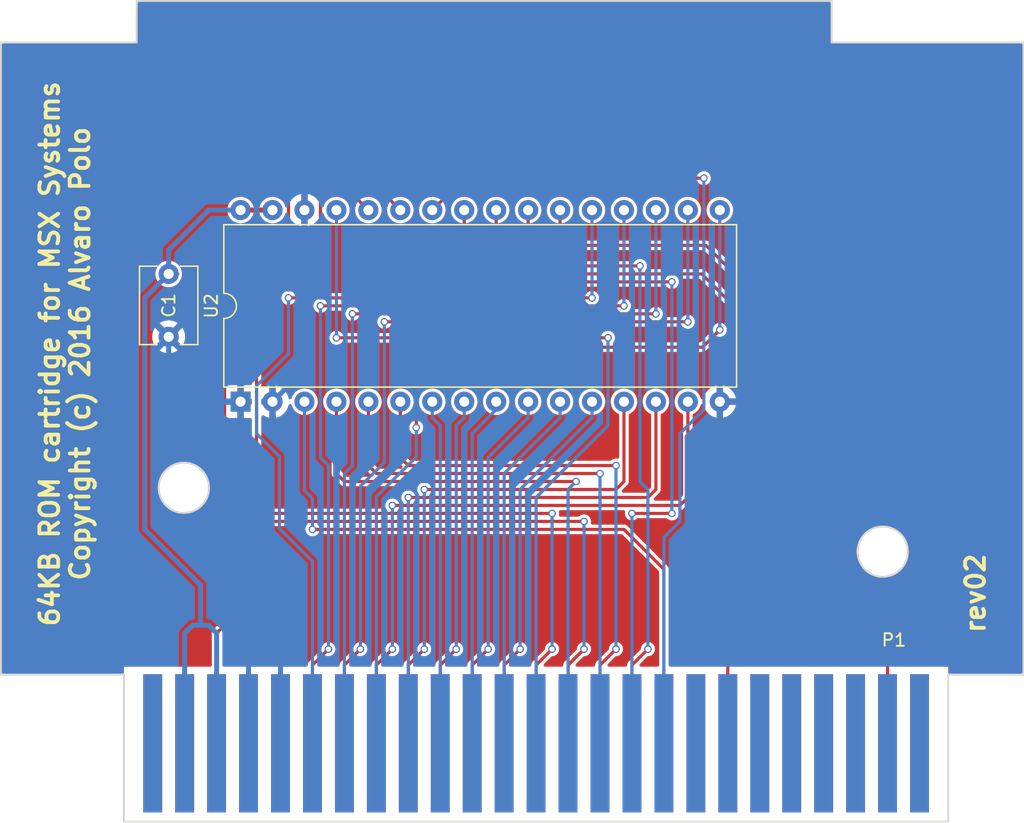
<source format=kicad_pcb>
(kicad_pcb (version 20240108) (generator "pcbnew") (generator_version "8.0")
  (layers (0 "F.Cu" mixed) (31 "B.Cu" mixed) (34 "B.Paste" user) (35 "F.Paste" user) (36 "B.SilkS" user "B.Silkscreen") (37 "F.SilkS" user "F.Silkscreen") (38 "B.Mask" user) (39 "F.Mask" user) (44 "Edge.Cuts" user))
  (net 0 "")
  (net 1 "VCC")
  (net 2 "GND")
  (net 3 "/A9")
  (net 4 "/A11")
  (net 5 "/A7")
  (net 6 "/A12")
  (net 7 "/A14")
  (net 8 "/A1")
  (net 9 "/A3")
  (net 10 "/A5")
  (net 11 "/D1")
  (net 12 "/D3")
  (net 13 "/D5")
  (net 14 "/D7")
  (net 15 "Net-(P1-Pad44)")
  (net 16 "/D6")
  (net 17 "/D4")
  (net 18 "/D2")
  (net 19 "/D0")
  (net 20 "/A4")
  (net 21 "/A2")
  (net 22 "/A0")
  (net 23 "/A13")
  (net 24 "/A8")
  (net 25 "/A6")
  (net 26 "/A10")
  (net 27 "/A15")
  (net 28 "~{RD}")
  (net 29 "~{SLTSL}")
  (footprint "Package_DIP:DIP-32_W15.24mm" (layer "F.Cu") (at 130.81 127.635 90)
    (property "Reference" "U2" (at 7.62 -2.33 90) (layer "F.SilkS"))
    (property "Value" "SST39SF010")
    (fp_line (start 14.08 -1.33) (end 8.62 -1.33) (stroke (width 0.12)) (layer "F.SilkS"))
    (fp_line (start 6.62 -1.33) (end 1.16 -1.33) (stroke (width 0.12)) (layer "F.SilkS"))
    (fp_line (start 1.16 -1.33) (end 1.16 39.43) (stroke (width 0.12)) (layer "F.SilkS"))
    (fp_line (start 14.08 39.43) (end 14.08 -1.33) (stroke (width 0.12)) (layer "F.SilkS"))
    (fp_line (start 1.16 39.43) (end 14.08 39.43) (stroke (width 0.12)) (layer "F.SilkS"))
    (fp_arc (start 8.62 -1.33) (mid 7.62 -0.33) (end 6.62 -1.33) (stroke (width 0.12)) (layer "F.SilkS"))
    (pad "1" thru_hole rect (at 0 0 90) (size 1.6 1.6) (drill 0.8) (layers "*.Cu" "*.Mask") (net 2 "GND"))
    (pad "2" thru_hole oval (at 0 2.54 90) (size 1.6 1.6) (drill 0.8) (layers "*.Cu" "*.Mask") (net 2 "GND"))
    (pad "3" thru_hole oval (at 0 5.08 90) (size 1.6 1.6) (drill 0.8) (layers "*.Cu" "*.Mask") (net 27 "/A15"))
    (pad "4" thru_hole oval (at 0 7.62 90) (size 1.6 1.6) (drill 0.8) (layers "*.Cu" "*.Mask") (net 6 "/A12"))
    (pad "5" thru_hole oval (at 0 10.16 90) (size 1.6 1.6) (drill 0.8) (layers "*.Cu" "*.Mask") (net 5 "/A7"))
    (pad "6" thru_hole oval (at 0 12.7 90) (size 1.6 1.6) (drill 0.8) (layers "*.Cu" "*.Mask") (net 25 "/A6"))
    (pad "7" thru_hole oval (at 0 15.24 90) (size 1.6 1.6) (drill 0.8) (layers "*.Cu" "*.Mask") (net 10 "/A5"))
    (pad "8" thru_hole oval (at 0 17.78 90) (size 1.6 1.6) (drill 0.8) (layers "*.Cu" "*.Mask") (net 20 "/A4"))
    (pad "9" thru_hole oval (at 0 20.32 90) (size 1.6 1.6) (drill 0.8) (layers "*.Cu" "*.Mask") (net 9 "/A3"))
    (pad "10" thru_hole oval (at 0 22.86 90) (size 1.6 1.6) (drill 0.8) (layers "*.Cu" "*.Mask") (net 21 "/A2"))
    (pad "11" thru_hole oval (at 0 25.4 90) (size 1.6 1.6) (drill 0.8) (layers "*.Cu" "*.Mask") (net 8 "/A1"))
    (pad "12" thru_hole oval (at 0 27.94 90) (size 1.6 1.6) (drill 0.8) (layers "*.Cu" "*.Mask") (net 22 "/A0"))
    (pad "13" thru_hole oval (at 0 30.48 90) (size 1.6 1.6) (drill 0.8) (layers "*.Cu" "*.Mask") (net 19 "/D0"))
    (pad "14" thru_hole oval (at 0 33.02 90) (size 1.6 1.6) (drill 0.8) (layers "*.Cu" "*.Mask") (net 11 "/D1"))
    (pad "15" thru_hole oval (at 0 35.56 90) (size 1.6 1.6) (drill 0.8) (layers "*.Cu" "*.Mask") (net 18 "/D2"))
    (pad "16" thru_hole oval (at 0 38.1 90) (size 1.6 1.6) (drill 0.8) (layers "*.Cu" "*.Mask") (net 2 "GND"))
    (pad "17" thru_hole oval (at 15.24 38.1 90) (size 1.6 1.6) (drill 0.8) (layers "*.Cu" "*.Mask") (net 12 "/D3"))
    (pad "18" thru_hole oval (at 15.24 35.56 90) (size 1.6 1.6) (drill 0.8) (layers "*.Cu" "*.Mask") (net 17 "/D4"))
    (pad "19" thru_hole oval (at 15.24 33.02 90) (size 1.6 1.6) (drill 0.8) (layers "*.Cu" "*.Mask") (net 13 "/D5"))
    (pad "20" thru_hole oval (at 15.24 30.48 90) (size 1.6 1.6) (drill 0.8) (layers "*.Cu" "*.Mask") (net 16 "/D6"))
    (pad "21" thru_hole oval (at 15.24 27.94 90) (size 1.6 1.6) (drill 0.8) (layers "*.Cu" "*.Mask") (net 14 "/D7"))
    (pad "22" thru_hole oval (at 15.24 25.4 90) (size 1.6 1.6) (drill 0.8) (layers "*.Cu" "*.Mask") (net 29 "~{SLTSL}"))
    (pad "23" thru_hole oval (at 15.24 22.86 90) (size 1.6 1.6) (drill 0.8) (layers "*.Cu" "*.Mask") (net 26 "/A10"))
    (pad "24" thru_hole oval (at 15.24 20.32 90) (size 1.6 1.6) (drill 0.8) (layers "*.Cu" "*.Mask") (net 28 "~{RD}"))
    (pad "25" thru_hole oval (at 15.24 17.78 90) (size 1.6 1.6) (drill 0.8) (layers "*.Cu" "*.Mask") (net 4 "/A11"))
    (pad "26" thru_hole oval (at 15.24 15.24 90) (size 1.6 1.6) (drill 0.8) (layers "*.Cu" "*.Mask") (net 3 "/A9"))
    (pad "27" thru_hole oval (at 15.24 12.7 90) (size 1.6 1.6) (drill 0.8) (layers "*.Cu" "*.Mask") (net 24 "/A8"))
    (pad "28" thru_hole oval (at 15.24 10.16 90) (size 1.6 1.6) (drill 0.8) (layers "*.Cu" "*.Mask") (net 23 "/A13"))
    (pad "29" thru_hole oval (at 15.24 7.62 90) (size 1.6 1.6) (drill 0.8) (layers "*.Cu" "*.Mask") (net 7 "/A14"))
    (pad "30" thru_hole oval (at 15.24 5.08 90) (size 1.6 1.6) (drill 0.8) (layers "*.Cu" "*.Mask") (net 2 "GND"))
    (pad "31" thru_hole oval (at 15.24 2.54 90) (size 1.6 1.6) (drill 0.8) (layers "*.Cu" "*.Mask") (net 1 "VCC"))
    (pad "32" thru_hole oval (at 15.24 0 90) (size 1.6 1.6) (drill 0.8) (layers "*.Cu" "*.Mask") (net 1 "VCC"))
  )
  (footprint "msx:msx_cartridge" (layer "F.Cu") (at 154.305 154.94)
    (property "Reference" "P1" (at 28.448 -8.34 0) (layer "F.SilkS"))
    (property "Value" "CONN_02X25")
    (pad "1" connect rect (at 30.48 -0.127) (size 1.5 11) (layers "B.Cu" "B.Mask"))
    (pad "2" connect rect (at 30.48 -0.127) (size 1.5 11) (layers "F.Cu" "F.Mask"))
    (pad "3" connect rect (at 27.94 -0.127) (size 1.5 11) (layers "B.Cu" "B.Mask"))
    (pad "4" connect rect (at 27.94 -0.127) (size 1.5 11) (layers "F.Cu" "F.Mask") (net 29 "~{SLTSL}"))
    (pad "5" connect rect (at 25.4 -0.127) (size 1.5 11) (layers "B.Cu" "B.Mask"))
    (pad "6" connect rect (at 25.4 -0.127) (size 1.5 11) (layers "F.Cu" "F.Mask"))
    (pad "7" connect rect (at 22.86 -0.127) (size 1.5 11) (layers "B.Cu" "B.Mask"))
    (pad "8" connect rect (at 22.86 -0.127) (size 1.5 11) (layers "F.Cu" "F.Mask"))
    (pad "9" connect rect (at 20.32 -0.127) (size 1.5 11) (layers "B.Cu" "B.Mask"))
    (pad "10" connect rect (at 20.32 -0.127) (size 1.5 11) (layers "F.Cu" "F.Mask"))
    (pad "11" connect rect (at 17.78 -0.127) (size 1.5 11) (layers "B.Cu" "B.Mask"))
    (pad "12" connect rect (at 17.78 -0.127) (size 1.5 11) (layers "F.Cu" "F.Mask"))
    (pad "13" connect rect (at 15.24 -0.127) (size 1.5 11) (layers "B.Cu" "B.Mask"))
    (pad "14" connect rect (at 15.24 -0.127) (size 1.5 11) (layers "F.Cu" "F.Mask") (net 28 "~{RD}"))
    (pad "15" connect rect (at 12.7 -0.127) (size 1.5 11) (layers "B.Cu" "B.Mask"))
    (pad "16" connect rect (at 12.7 -0.127) (size 1.5 11) (layers "F.Cu" "F.Mask"))
    (pad "17" connect rect (at 10.16 -0.127) (size 1.5 11) (layers "B.Cu" "B.Mask") (net 3 "/A9"))
    (pad "18" connect rect (at 10.16 -0.127) (size 1.5 11) (layers "F.Cu" "F.Mask") (net 27 "/A15"))
    (pad "19" connect rect (at 7.62 -0.127) (size 1.5 11) (layers "B.Cu" "B.Mask") (net 4 "/A11"))
    (pad "20" connect rect (at 7.62 -0.127) (size 1.5 11) (layers "F.Cu" "F.Mask") (net 26 "/A10"))
    (pad "21" connect rect (at 5.08 -0.127) (size 1.5 11) (layers "B.Cu" "B.Mask") (net 5 "/A7"))
    (pad "22" connect rect (at 5.08 -0.127) (size 1.5 11) (layers "F.Cu" "F.Mask") (net 25 "/A6"))
    (pad "23" connect rect (at 2.54 -0.127) (size 1.5 11) (layers "B.Cu" "B.Mask") (net 6 "/A12"))
    (pad "24" connect rect (at 2.54 -0.127) (size 1.5 11) (layers "F.Cu" "F.Mask") (net 24 "/A8"))
    (pad "25" connect rect (at 0 -0.127) (size 1.5 11) (layers "B.Cu" "B.Mask") (net 7 "/A14"))
    (pad "26" connect rect (at 0 -0.127) (size 1.5 11) (layers "F.Cu" "F.Mask") (net 23 "/A13"))
    (pad "27" connect rect (at -2.54 -0.127) (size 1.5 11) (layers "B.Cu" "B.Mask") (net 8 "/A1"))
    (pad "28" connect rect (at -2.54 -0.127) (size 1.5 11) (layers "F.Cu" "F.Mask") (net 22 "/A0"))
    (pad "29" connect rect (at -5.08 -0.127) (size 1.5 11) (layers "B.Cu" "B.Mask") (net 9 "/A3"))
    (pad "30" connect rect (at -5.08 -0.127) (size 1.5 11) (layers "F.Cu" "F.Mask") (net 21 "/A2"))
    (pad "31" connect rect (at -7.62 -0.127) (size 1.5 11) (layers "B.Cu" "B.Mask") (net 10 "/A5"))
    (pad "32" connect rect (at -7.62 -0.127) (size 1.5 11) (layers "F.Cu" "F.Mask") (net 20 "/A4"))
    (pad "33" connect rect (at -10.16 -0.127) (size 1.5 11) (layers "B.Cu" "B.Mask") (net 11 "/D1"))
    (pad "34" connect rect (at -10.16 -0.127) (size 1.5 11) (layers "F.Cu" "F.Mask") (net 19 "/D0"))
    (pad "35" connect rect (at -12.7 -0.127) (size 1.5 11) (layers "B.Cu" "B.Mask") (net 12 "/D3"))
    (pad "36" connect rect (at -12.7 -0.127) (size 1.5 11) (layers "F.Cu" "F.Mask") (net 18 "/D2"))
    (pad "37" connect rect (at -15.24 -0.127) (size 1.5 11) (layers "B.Cu" "B.Mask") (net 13 "/D5"))
    (pad "38" connect rect (at -15.24 -0.127) (size 1.5 11) (layers "F.Cu" "F.Mask") (net 17 "/D4"))
    (pad "39" connect rect (at -17.78 -0.127) (size 1.5 11) (layers "B.Cu" "B.Mask") (net 14 "/D7"))
    (pad "40" connect rect (at -17.78 -0.127) (size 1.5 11) (layers "F.Cu" "F.Mask") (net 16 "/D6"))
    (pad "41" connect rect (at -20.32 -0.127) (size 1.5 11) (layers "B.Cu" "B.Mask") (net 2 "GND"))
    (pad "42" connect rect (at -20.32 -0.127) (size 1.5 11) (layers "F.Cu" "F.Mask"))
    (pad "43" connect rect (at -22.86 -0.127) (size 1.5 11) (layers "B.Cu" "B.Mask") (net 2 "GND"))
    (pad "44" connect rect (at -22.86 -0.127) (size 1.5 11) (layers "F.Cu" "F.Mask") (net 15 "Net-(P1-Pad44)"))
    (pad "45" connect rect (at -25.4 -0.127) (size 1.5 11) (layers "B.Cu" "B.Mask") (net 1 "VCC"))
    (pad "46" connect rect (at -25.4 -0.127) (size 1.5 11) (layers "F.Cu" "F.Mask") (net 15 "Net-(P1-Pad44)"))
    (pad "47" connect rect (at -27.94 -0.127) (size 1.5 11) (layers "B.Cu" "B.Mask") (net 1 "VCC"))
    (pad "48" connect rect (at -27.94 -0.127) (size 1.5 11) (layers "F.Cu" "F.Mask"))
    (pad "49" connect rect (at -30.48 -0.127) (size 1.5 11) (layers "B.Cu" "B.Mask"))
    (pad "50" connect rect (at -30.48 -0.127) (size 1.5 11) (layers "F.Cu" "F.Mask"))
  )
  (footprint "Capacitor_THT:C_Disc_D6.0mm_W4.4mm_P5.00mm" (layer "F.Cu") (at 125.095 117.475 -90)
    (property "Reference" "C1" (at 2.5 -0.005 90) (layer "F.SilkS"))
    (property "Value" "100nF")
    (fp_line (start -0.62 2.321) (end 5.62 2.321) (stroke (width 0.12)) (layer "F.SilkS"))
    (fp_line (start -0.62 0.925) (end -0.62 2.321) (stroke (width 0.12)) (layer "F.SilkS"))
    (fp_line (start 5.62 0.925) (end 5.62 2.321) (stroke (width 0.12)) (layer "F.SilkS"))
    (fp_line (start -0.62 -2.321) (end -0.62 -0.925) (stroke (width 0.12)) (layer "F.SilkS"))
    (fp_line (start -0.62 -2.321) (end 5.62 -2.321) (stroke (width 0.12)) (layer "F.SilkS"))
    (fp_line (start 5.62 -2.321) (end 5.62 -0.925) (stroke (width 0.12)) (layer "F.SilkS"))
    (pad "1" thru_hole circle (at 0 0 270) (size 1.6 1.6) (drill 0.8) (layers "*.Cu" "*.Mask") (net 1 "VCC"))
    (pad "2" thru_hole circle (at 5 0 270) (size 1.6 1.6) (drill 0.8) (layers "*.Cu" "*.Mask") (net 2 "GND"))
  )
  (gr_line (start 187.071 161.036) (end 186.817 161.036) (stroke (width 0.15)) (layer "Edge.Cuts"))
  (gr_line (start 121.539 161.036) (end 121.539 149.352) (stroke (width 0.15)) (layer "Edge.Cuts"))
  (gr_line (start 177.8 95.758) (end 177.8 99.06) (stroke (width 0.15)) (layer "Edge.Cuts"))
  (gr_line (start 111.76 149.352) (end 111.76 99.06) (stroke (width 0.15)) (layer "Edge.Cuts"))
  (gr_line (start 177.8 99.06) (end 193.04 99.06) (stroke (width 0.15)) (layer "Edge.Cuts"))
  (gr_line (start 121.539 149.352) (end 111.76 149.352) (stroke (width 0.15)) (layer "Edge.Cuts"))
  (gr_line (start 121.539 161.036) (end 121.793 161.036) (stroke (width 0.15)) (layer "Edge.Cuts"))
  (gr_line (start 187.071 149.352) (end 193.04 149.352) (stroke (width 0.15)) (layer "Edge.Cuts"))
  (gr_circle (center 126.3 134.485) (end 124.3 134.485) (stroke (width 0.15)) (fill none) (layer "Edge.Cuts"))
  (gr_line (start 122.555 95.758) (end 122.555 99.06) (stroke (width 0.15)) (layer "Edge.Cuts"))
  (gr_line (start 111.76 99.06) (end 122.555 99.06) (stroke (width 0.15)) (layer "Edge.Cuts"))
  (gr_line (start 186.817 161.036) (end 121.793 161.036) (stroke (width 0.15)) (layer "Edge.Cuts"))
  (gr_circle (center 181.86 139.565) (end 183.86 139.565) (stroke (width 0.15)) (fill none) (layer "Edge.Cuts"))
  (gr_line (start 122.555 95.758) (end 177.8 95.758) (stroke (width 0.15)) (layer "Edge.Cuts"))
  (gr_line (start 193.04 99.06) (end 193.04 149.352) (stroke (width 0.15)) (layer "Edge.Cuts"))
  (gr_line (start 187.071 149.352) (end 187.071 161.036) (stroke (width 0.15)) (layer "Edge.Cuts"))
  (gr_text "rev02" (at 189.23 142.875 90) (layer "F.SilkS") (effects (font (size 1.5 1.5) (thickness 0.3))))
  (gr_text "64KB ROM cartridge for MSX Systems\nCopyright (c) 2016 Alvaro Polo\n" (at 116.84 123.825 90) (layer "F.SilkS") (effects (font (size 1.5 1.5) (thickness 0.3))))
  (segment (start 130.81 112.395) (end 133.35 112.395) (width 0.4) (layer "F.Cu") (net 1))
  (segment (start 127 145.415) (end 127.635 145.415) (width 0.4) (layer "B.Cu") (net 1))
  (segment (start 128.27 145.415) (end 128.905 146.05) (width 0.4) (layer "B.Cu") (net 1))
  (segment (start 127.635 145.415) (end 128.27 145.415) (width 0.4) (layer "B.Cu") (net 1))
  (segment (start 128.27 112.395) (end 125.095 115.57) (width 0.4) (layer "B.Cu") (net 1))
  (segment (start 125.095 115.57) (end 125.095 117.475) (width 0.4) (layer "B.Cu") (net 1))
  (segment (start 123.19 137.795) (end 127.635 142.24) (width 0.4) (layer "B.Cu") (net 1))
  (segment (start 126.365 154.813) (end 126.365 146.05) (width 0.4) (layer "B.Cu") (net 1))
  (segment (start 125.095 117.475) (end 125.73 117.475) (width 0.4) (layer "B.Cu") (net 1))
  (segment (start 123.19 137.795) (end 123.19 119.38) (width 0.4) (layer "B.Cu") (net 1))
  (segment (start 128.905 154.813) (end 128.905 146.05) (width 0.4) (layer "B.Cu") (net 1))
  (segment (start 127.635 145.415) (end 127.635 142.24) (width 0.4) (layer "B.Cu") (net 1))
  (segment (start 126.365 146.05) (end 127 145.415) (width 0.4) (layer "B.Cu") (net 1))
  (segment (start 130.81 112.395) (end 128.27 112.395) (width 0.4) (layer "B.Cu") (net 1))
  (segment (start 125.095 117.475) (end 123.19 119.38) (width 0.4) (layer "B.Cu") (net 1))
  (segment (start 133.985 148.59) (end 133.35 147.955) (width 0.4) (layer "B.Cu") (net 2))
  (segment (start 133.35 147.955) (end 132.08 147.955) (width 0.4) (layer "B.Cu") (net 2))
  (segment (start 132.08 147.955) (end 131.445 148.59) (width 0.4) (layer "B.Cu") (net 2))
  (segment (start 131.445 148.59) (end 131.445 154.813) (width 0.4) (layer "B.Cu") (net 2))
  (segment (start 125.095 125.095) (end 127.635 127.635) (width 0.4) (layer "B.Cu") (net 2))
  (segment (start 127.635 127.635) (end 130.81 127.635) (width 0.4) (layer "B.Cu") (net 2))
  (segment (start 135.89 125.095) (end 135.89 112.395) (width 0.4) (layer "B.Cu") (net 2))
  (segment (start 125.095 122.475) (end 125.095 125.095) (width 0.4) (layer "B.Cu") (net 2))
  (segment (start 133.985 154.813) (end 133.985 148.59) (width 0.4) (layer "B.Cu") (net 2))
  (segment (start 133.35 127.635) (end 135.89 125.095) (width 0.4) (layer "B.Cu") (net 2))
  (segment (start 167.64 109.855) (end 148.59 109.855) (width 0.25) (layer "F.Cu") (net 3))
  (segment (start 148.59 109.855) (end 146.05 112.395) (width 0.25) (layer "F.Cu") (net 3))
  (via (at 167.64 109.855) (size 0.6) (drill 0.4) (layers "F.Cu" "B.Cu") (net 3))
  (segment (start 164.465 138.43) (end 165.735 137.16) (width 0.25) (layer "B.Cu") (net 3))
  (segment (start 165.735 130.175) (end 167.64 128.27) (width 0.25) (layer "B.Cu") (net 3))
  (segment (start 167.64 128.27) (end 167.64 109.855) (width 0.25) (layer "B.Cu") (net 3))
  (segment (start 165.735 137.16) (end 165.735 130.175) (width 0.25) (layer "B.Cu") (net 3))
  (segment (start 164.465 154.813) (end 164.465 138.43) (width 0.25) (layer "B.Cu") (net 3))
  (segment (start 161.925 136.525) (end 165.1 136.525) (width 0.25) (layer "F.Cu") (net 4))
  (segment (start 165.1 118.11) (end 149.225 118.11) (width 0.25) (layer "F.Cu") (net 4))
  (segment (start 148.59 117.475) (end 149.225 118.11) (width 0.25) (layer "F.Cu") (net 4))
  (segment (start 148.59 112.395) (end 148.59 117.475) (width 0.25) (layer "F.Cu") (net 4))
  (via (at 161.925 136.525) (size 0.6) (drill 0.4) (layers "F.Cu" "B.Cu") (net 4))
  (via (at 165.1 118.11) (size 0.6) (drill 0.4) (layers "F.Cu" "B.Cu") (net 4))
  (via (at 165.1 136.525) (size 0.6) (drill 0.4) (layers "F.Cu" "B.Cu") (net 4))
  (segment (start 165.1 136.525) (end 165.1 118.11) (width 0.25) (layer "B.Cu") (net 4))
  (segment (start 161.925 154.813) (end 161.925 136.525) (width 0.25) (layer "B.Cu") (net 4))
  (segment (start 159.385 133.35) (end 141.605 133.35) (width 0.25) (layer "F.Cu") (net 5))
  (segment (start 141.605 133.35) (end 140.97 132.715) (width 0.25) (layer "F.Cu") (net 5))
  (segment (start 140.97 132.715) (end 140.97 127.635) (width 0.25) (layer "F.Cu") (net 5))
  (via (at 159.385 133.35) (size 0.6) (drill 0.4) (layers "F.Cu" "B.Cu") (net 5))
  (segment (start 159.385 154.813) (end 159.385 133.35) (width 0.25) (layer "B.Cu") (net 5))
  (segment (start 157.48 133.985) (end 139.065 133.985) (width 0.25) (layer "F.Cu") (net 6))
  (segment (start 139.065 133.985) (end 138.43 133.35) (width 0.25) (layer "F.Cu") (net 6))
  (segment (start 138.43 133.35) (end 138.43 127.635) (width 0.25) (layer "F.Cu") (net 6))
  (via (at 157.48 133.985) (size 0.6) (drill 0.4) (layers "F.Cu" "B.Cu") (net 6))
  (segment (start 156.845 134.62) (end 157.48 133.985) (width 0.25) (layer "B.Cu") (net 6))
  (segment (start 156.845 154.813) (end 156.845 134.62) (width 0.25) (layer "B.Cu") (net 6))
  (segment (start 160.02 122.555) (end 138.43 122.555) (width 0.25) (layer "F.Cu") (net 7))
  (via (at 138.43 122.555) (size 0.6) (drill 0.4) (layers "F.Cu" "B.Cu") (net 7))
  (via (at 160.02 122.555) (size 0.6) (drill 0.4) (layers "F.Cu" "B.Cu") (net 7))
  (segment (start 154.305 135.255) (end 160.02 129.54) (width 0.25) (layer "B.Cu") (net 7))
  (segment (start 160.02 129.54) (end 160.02 122.555) (width 0.25) (layer "B.Cu") (net 7))
  (segment (start 138.43 122.555) (end 138.43 112.395) (width 0.25) (layer "B.Cu") (net 7))
  (segment (start 154.305 154.813) (end 154.305 135.255) (width 0.25) (layer "B.Cu") (net 7))
  (segment (start 151.765 133.35) (end 156.21 128.905) (width 0.25) (layer "B.Cu") (net 8))
  (segment (start 156.21 128.905) (end 156.21 127.635) (width 0.25) (layer "B.Cu") (net 8))
  (segment (start 151.765 135.89) (end 151.765 133.35) (width 0.25) (layer "B.Cu") (net 8))
  (segment (start 151.765 154.813) (end 151.765 136.525) (width 0.25) (layer "B.Cu") (net 8))
  (segment (start 151.765 136.525) (end 151.765 135.89) (width 0.25) (layer "B.Cu") (net 8))
  (segment (start 149.225 130.175) (end 151.13 128.27) (width 0.25) (layer "B.Cu") (net 9))
  (segment (start 151.13 128.27) (end 151.13 127.635) (width 0.25) (layer "B.Cu") (net 9))
  (segment (start 149.225 154.813) (end 149.225 136.525) (width 0.25) (layer "B.Cu") (net 9))
  (segment (start 149.225 136.525) (end 149.225 130.175) (width 0.25) (layer "B.Cu") (net 9))
  (segment (start 146.685 129.54) (end 146.05 128.905) (width 0.25) (layer "B.Cu") (net 10))
  (segment (start 146.05 128.905) (end 146.05 127.635) (width 0.25) (layer "B.Cu") (net 10))
  (segment (start 146.685 154.813) (end 146.685 135.255) (width 0.25) (layer "B.Cu") (net 10))
  (segment (start 146.685 135.255) (end 146.685 129.54) (width 0.25) (layer "B.Cu") (net 10))
  (segment (start 144.145 135.255) (end 163.195 135.255) (width 0.25) (layer "F.Cu") (net 11))
  (segment (start 163.195 135.255) (end 163.83 134.62) (width 0.25) (layer "F.Cu") (net 11))
  (segment (start 163.83 134.62) (end 163.83 127.635) (width 0.25) (layer "F.Cu") (net 11))
  (via (at 144.145 135.255) (size 0.6) (drill 0.4) (layers "F.Cu" "B.Cu") (net 11))
  (segment (start 144.145 154.813) (end 144.145 135.255) (width 0.25) (layer "B.Cu") (net 11))
  (segment (start 144.78 129.7) (end 144.78 126.12) (width 0.25) (layer "F.Cu") (net 12))
  (segment (start 167.53 123.3) (end 168.91 121.92) (width 0.25) (layer "F.Cu") (net 12))
  (segment (start 147.6 123.3) (end 167.53 123.3) (width 0.25) (layer "F.Cu") (net 12))
  (segment (start 144.78 126.12) (end 147.6 123.3) (width 0.25) (layer "F.Cu") (net 12))
  (via (at 168.91 121.92) (size 0.6) (drill 0.4) (layers "F.Cu" "B.Cu") (net 12))
  (via (at 144.78 129.7) (size 0.6) (drill 0.4) (layers "F.Cu" "B.Cu") (net 12))
  (segment (start 168.91 121.92) (end 168.91 112.395) (width 0.25) (layer "B.Cu") (net 12))
  (segment (start 141.605 135.195) (end 141.605 154.813) (width 0.25) (layer "B.Cu") (net 12))
  (segment (start 144.78 129.7) (end 144.78 132.02) (width 0.25) (layer "B.Cu") (net 12))
  (segment (start 144.78 132.02) (end 141.605 135.195) (width 0.25) (layer "B.Cu") (net 12))
  (segment (start 139.7 120.65) (end 163.83 120.65) (width 0.25) (layer "F.Cu") (net 13))
  (via (at 163.83 120.65) (size 0.6) (drill 0.4) (layers "F.Cu" "B.Cu") (net 13))
  (via (at 139.7 120.65) (size 0.6) (drill 0.4) (layers "F.Cu" "B.Cu") (net 13))
  (segment (start 163.83 120.65) (end 163.83 112.395) (width 0.25) (layer "B.Cu") (net 13))
  (segment (start 139.065 133.35) (end 139.7 132.715) (width 0.25) (layer "B.Cu") (net 13))
  (segment (start 139.7 132.715) (end 139.7 120.65) (width 0.25) (layer "B.Cu") (net 13))
  (segment (start 139.065 154.813) (end 139.065 133.35) (width 0.25) (layer "B.Cu") (net 13))
  (segment (start 134.62 119.38) (end 158.75 119.38) (width 0.25) (layer "F.Cu") (net 14))
  (via (at 158.75 119.38) (size 0.6) (drill 0.4) (layers "F.Cu" "B.Cu") (net 14))
  (via (at 134.62 119.38) (size 0.6) (drill 0.4) (layers "F.Cu" "B.Cu") (net 14))
  (segment (start 158.75 119.38) (end 158.75 112.395) (width 0.25) (layer "B.Cu") (net 14))
  (segment (start 132.08 126.365) (end 132.08 130.18) (width 0.25) (layer "B.Cu") (net 14))
  (segment (start 133.9 132) (end 133.9 137.71) (width 0.25) (layer "B.Cu") (net 14))
  (segment (start 134.62 123.825) (end 132.08 126.365) (width 0.25) (layer "B.Cu") (net 14))
  (segment (start 132.08 130.18) (end 133.9 132) (width 0.25) (layer "B.Cu") (net 14))
  (segment (start 133.9 137.71) (end 136.525 140.335) (width 0.25) (layer "B.Cu") (net 14))
  (segment (start 134.62 119.38) (end 134.62 123.825) (width 0.25) (layer "B.Cu") (net 14))
  (segment (start 136.525 140.335) (end 136.525 154.813) (width 0.25) (layer "B.Cu") (net 14))
  (segment (start 128.905 146.05) (end 129.54 145.415) (width 0.25) (layer "F.Cu") (net 15))
  (segment (start 129.54 145.415) (end 130.81 145.415) (width 0.25) (layer "F.Cu") (net 15))
  (segment (start 130.81 145.415) (end 131.445 146.05) (width 0.25) (layer "F.Cu") (net 15))
  (segment (start 131.445 146.05) (end 131.445 154.813) (width 0.25) (layer "F.Cu") (net 15))
  (segment (start 128.905 154.813) (end 128.905 146.05) (width 0.25) (layer "F.Cu") (net 15))
  (segment (start 137.16 120.015) (end 161.29 120.015) (width 0.25) (layer "F.Cu") (net 16))
  (segment (start 136.525 148.59) (end 137.795 147.32) (width 0.25) (layer "F.Cu") (net 16))
  (segment (start 136.525 154.813) (end 136.525 148.59) (width 0.25) (layer "F.Cu") (net 16))
  (via (at 161.29 120.015) (size 0.6) (drill 0.4) (layers "F.Cu" "B.Cu") (net 16))
  (via (at 137.795 147.32) (size 0.6) (drill 0.4) (layers "F.Cu" "B.Cu") (net 16))
  (via (at 137.16 120.015) (size 0.6) (drill 0.4) (layers "F.Cu" "B.Cu") (net 16))
  (segment (start 161.29 120.015) (end 161.29 112.395) (width 0.25) (layer "B.Cu") (net 16))
  (segment (start 137.795 147.32) (end 137.795 133.35) (width 0.25) (layer "B.Cu") (net 16))
  (segment (start 137.795 132.715) (end 137.16 132.08) (width 0.25) (layer "B.Cu") (net 16))
  (segment (start 137.16 132.08) (end 137.16 120.015) (width 0.25) (layer "B.Cu") (net 16))
  (segment (start 137.795 133.35) (end 137.795 132.715) (width 0.25) (layer "B.Cu") (net 16))
  (segment (start 142.24 121.285) (end 166.37 121.285) (width 0.25) (layer "F.Cu") (net 17))
  (segment (start 139.065 148.59) (end 140.335 147.32) (width 0.25) (layer "F.Cu") (net 17))
  (segment (start 139.065 154.813) (end 139.065 148.59) (width 0.25) (layer "F.Cu") (net 17))
  (via (at 140.335 147.32) (size 0.6) (drill 0.4) (layers "F.Cu" "B.Cu") (net 17))
  (via (at 142.24 121.285) (size 0.6) (drill 0.4) (layers "F.Cu" "B.Cu") (net 17))
  (via (at 166.37 121.285) (size 0.6) (drill 0.4) (layers "F.Cu" "B.Cu") (net 17))
  (segment (start 166.37 121.285) (end 166.37 112.395) (width 0.25) (layer "B.Cu") (net 17))
  (segment (start 142.24 132.46) (end 142.24 121.285) (width 0.25) (layer "B.Cu") (net 17))
  (segment (start 140.335 147.32) (end 140.335 134.365) (width 0.25) (layer "B.Cu") (net 17))
  (segment (start 140.335 134.365) (end 142.24 132.46) (width 0.25) (layer "B.Cu") (net 17))
  (segment (start 141.605 148.59) (end 142.875 147.32) (width 0.25) (layer "F.Cu") (net 18))
  (segment (start 142.875 135.89) (end 165.735 135.89) (width 0.25) (layer "F.Cu") (net 18))
  (segment (start 165.735 135.89) (end 166.37 135.255) (width 0.25) (layer "F.Cu") (net 18))
  (segment (start 166.37 135.255) (end 166.37 127.635) (width 0.25) (layer "F.Cu") (net 18))
  (segment (start 141.605 154.813) (end 141.605 148.59) (width 0.25) (layer "F.Cu") (net 18))
  (via (at 142.875 147.32) (size 0.6) (drill 0.4) (layers "F.Cu" "B.Cu") (net 18))
  (via (at 142.875 135.89) (size 0.6) (drill 0.4) (layers "F.Cu" "B.Cu") (net 18))
  (segment (start 142.875 147.32) (end 142.875 135.89) (width 0.25) (layer "B.Cu") (net 18))
  (segment (start 144.145 148.59) (end 145.415 147.32) (width 0.25) (layer "F.Cu") (net 19))
  (segment (start 145.415 134.62) (end 160.655 134.62) (width 0.25) (layer "F.Cu") (net 19))
  (segment (start 160.655 134.62) (end 161.29 133.985) (width 0.25) (layer "F.Cu") (net 19))
  (segment (start 161.29 133.985) (end 161.29 127.635) (width 0.25) (layer "F.Cu") (net 19))
  (segment (start 144.145 154.813) (end 144.145 148.59) (width 0.25) (layer "F.Cu") (net 19))
  (via (at 145.415 134.62) (size 0.6) (drill 0.4) (layers "F.Cu" "B.Cu") (net 19))
  (via (at 145.415 147.32) (size 0.6) (drill 0.4) (layers "F.Cu" "B.Cu") (net 19))
  (segment (start 145.415 147.32) (end 145.415 134.62) (width 0.25) (layer "B.Cu") (net 19))
  (segment (start 146.685 148.59) (end 147.955 147.32) (width 0.25) (layer "F.Cu") (net 20))
  (segment (start 146.685 154.813) (end 146.685 148.59) (width 0.25) (layer "F.Cu") (net 20))
  (via (at 147.955 147.32) (size 0.6) (drill 0.4) (layers "F.Cu" "B.Cu") (net 20))
  (segment (start 147.955 147.32) (end 147.955 135.255) (width 0.25) (layer "B.Cu") (net 20))
  (segment (start 147.955 129.54) (end 148.59 128.905) (width 0.25) (layer "B.Cu") (net 20))
  (segment (start 148.59 128.905) (end 148.59 127.635) (width 0.25) (layer "B.Cu") (net 20))
  (segment (start 147.955 135.255) (end 147.955 129.54) (width 0.25) (layer "B.Cu") (net 20))
  (segment (start 149.225 148.59) (end 150.495 147.32) (width 0.25) (layer "F.Cu") (net 21))
  (segment (start 149.225 154.813) (end 149.225 148.59) (width 0.25) (layer "F.Cu") (net 21))
  (via (at 150.495 147.32) (size 0.6) (drill 0.4) (layers "F.Cu" "B.Cu") (net 21))
  (segment (start 150.495 147.32) (end 150.495 136.525) (width 0.25) (layer "B.Cu") (net 21))
  (segment (start 150.495 132.08) (end 153.67 128.905) (width 0.25) (layer "B.Cu") (net 21))
  (segment (start 153.67 128.905) (end 153.67 127.635) (width 0.25) (layer "B.Cu") (net 21))
  (segment (start 150.495 135.89) (end 150.495 135.255) (width 0.25) (layer "B.Cu") (net 21))
  (segment (start 150.495 136.525) (end 150.495 135.89) (width 0.25) (layer "B.Cu") (net 21))
  (segment (start 150.495 135.255) (end 150.495 132.08) (width 0.25) (layer "B.Cu") (net 21))
  (segment (start 151.765 148.59) (end 153.035 147.32) (width 0.25) (layer "F.Cu") (net 22))
  (segment (start 151.765 154.813) (end 151.765 148.59) (width 0.25) (layer "F.Cu") (net 22))
  (via (at 153.035 147.32) (size 0.6) (drill 0.4) (layers "F.Cu" "B.Cu") (net 22))
  (segment (start 153.035 147.32) (end 153.035 136.525) (width 0.25) (layer "B.Cu") (net 22))
  (segment (start 153.035 134.62) (end 158.75 128.905) (width 0.25) (layer "B.Cu") (net 22))
  (segment (start 158.75 128.905) (end 158.75 127.635) (width 0.25) (layer "B.Cu") (net 22))
  (segment (start 153.035 136.525) (end 153.035 134.62) (width 0.25) (layer "B.Cu") (net 22))
  (segment (start 154.305 148.59) (end 155.575 147.32) (width 0.25) (layer "F.Cu") (net 23))
  (segment (start 155.575 136.525) (end 132.715 136.525) (width 0.25) (layer "F.Cu") (net 23))
  (segment (start 132.715 136.525) (end 132.08 135.89) (width 0.25) (layer "F.Cu") (net 23))
  (segment (start 132.08 135.89) (end 132.08 119.38) (width 0.25) (layer "F.Cu") (net 23))
  (segment (start 132.08 119.38) (end 132.715 118.745) (width 0.25) (layer "F.Cu") (net 23))
  (segment (start 132.715 118.745) (end 135.89 118.745) (width 0.25) (layer "F.Cu") (net 23))
  (segment (start 139.065 110.49) (end 137.795 110.49) (width 0.25) (layer "F.Cu") (net 23))
  (segment (start 137.795 110.49) (end 137.16 111.125) (width 0.25) (layer "F.Cu") (net 23))
  (segment (start 137.16 111.125) (end 137.16 117.475) (width 0.25) (layer "F.Cu") (net 23))
  (segment (start 137.16 117.475) (end 135.89 118.745) (width 0.25) (layer "F.Cu") (net 23))
  (segment (start 154.305 154.813) (end 154.305 148.59) (width 0.25) (layer "F.Cu") (net 23))
  (segment (start 140.97 112.395) (end 139.065 110.49) (width 0.25) (layer "F.Cu") (net 23))
  (via (at 155.575 147.32) (size 0.6) (drill 0.4) (layers "F.Cu" "B.Cu") (net 23))
  (via (at 155.575 136.525) (size 0.6) (drill 0.4) (layers "F.Cu" "B.Cu") (net 23))
  (segment (start 155.575 147.32) (end 155.575 136.525) (width 0.25) (layer "B.Cu") (net 23))
  (segment (start 156.845 148.59) (end 158.115 147.32) (width 0.25) (layer "F.Cu") (net 24))
  (segment (start 158.115 147.32) (end 156.845 148.59) (width 0.25) (layer "F.Cu") (net 24))
  (segment (start 156.845 148.59) (end 156.845 154.813) (width 0.25) (layer "F.Cu") (net 24))
  (segment (start 134.62 111.125) (end 135.89 109.855) (width 0.25) (layer "F.Cu") (net 24))
  (segment (start 158.115 137.16) (end 132.08 137.16) (width 0.25) (layer "F.Cu") (net 24))
  (segment (start 131.445 136.525) (end 131.445 131.445) (width 0.25) (layer "F.Cu") (net 24))
  (segment (start 156.845 154.813) (end 156.845 148.59) (width 0.25) (layer "F.Cu") (net 24))
  (segment (start 140.97 109.855) (end 143.51 112.395) (width 0.25) (layer "F.Cu") (net 24))
  (segment (start 131.445 131.445) (end 129.54 129.54) (width 0.25) (layer "F.Cu") (net 24))
  (segment (start 129.54 120.06) (end 134.62 114.98) (width 0.25) (layer "F.Cu") (net 24))
  (segment (start 129.54 129.54) (end 129.54 120.06) (width 0.25) (layer "F.Cu") (net 24))
  (segment (start 134.62 114.98) (end 134.62 111.125) (width 0.25) (layer "F.Cu") (net 24))
  (segment (start 132.08 137.16) (end 131.445 136.525) (width 0.25) (layer "F.Cu") (net 24))
  (segment (start 135.89 109.855) (end 140.97 109.855) (width 0.25) (layer "F.Cu") (net 24))
  (via (at 158.115 137.16) (size 0.6) (drill 0.4) (layers "F.Cu" "B.Cu") (net 24))
  (via (at 158.115 147.32) (size 0.6) (drill 0.4) (layers "F.Cu" "B.Cu") (net 24))
  (segment (start 158.115 137.16) (end 158.115 147.32) (width 0.25) (layer "B.Cu") (net 24))
  (segment (start 159.385 148.59) (end 160.655 147.32) (width 0.25) (layer "F.Cu") (net 25))
  (segment (start 160.655 132.715) (end 144.145 132.715) (width 0.25) (layer "F.Cu") (net 25))
  (segment (start 144.145 132.715) (end 143.51 132.08) (width 0.25) (layer "F.Cu") (net 25))
  (segment (start 143.51 132.08) (end 143.51 127.635) (width 0.25) (layer "F.Cu") (net 25))
  (segment (start 159.385 154.813) (end 159.385 148.59) (width 0.25) (layer "F.Cu") (net 25))
  (via (at 160.655 147.32) (size 0.6) (drill 0.4) (layers "F.Cu" "B.Cu") (net 25))
  (via (at 160.655 132.715) (size 0.6) (drill 0.4) (layers "F.Cu" "B.Cu") (net 25))
  (segment (start 160.655 147.32) (end 160.655 132.715) (width 0.25) (layer "B.Cu") (net 25))
  (segment (start 161.925 148.59) (end 163.195 147.32) (width 0.25) (layer "F.Cu") (net 26))
  (segment (start 162.56 116.84) (end 154.305 116.84) (width 0.25) (layer "F.Cu") (net 26))
  (segment (start 154.305 116.84) (end 153.67 116.205) (width 0.25) (layer "F.Cu") (net 26))
  (segment (start 153.67 116.205) (end 153.67 112.395) (width 0.25) (layer "F.Cu") (net 26))
  (segment (start 161.925 154.813) (end 161.925 148.59) (width 0.25) (layer "F.Cu") (net 26))
  (via (at 163.195 147.32) (size 0.6) (drill 0.4) (layers "F.Cu" "B.Cu") (net 26))
  (via (at 162.56 116.84) (size 0.6) (drill 0.4) (layers "F.Cu" "B.Cu") (net 26))
  (segment (start 163.195 147.32) (end 163.195 137.795) (width 0.25) (layer "B.Cu") (net 26))
  (segment (start 163.195 137.795) (end 163.195 134.62) (width 0.25) (layer "B.Cu") (net 26))
  (segment (start 163.195 134.62) (end 162.56 133.985) (width 0.25) (layer "B.Cu") (net 26))
  (segment (start 162.56 133.985) (end 162.56 116.84) (width 0.25) (layer "B.Cu") (net 26))
  (segment (start 164.465 140.97) (end 161.29 137.795) (width 0.25) (layer "F.Cu") (net 27))
  (segment (start 161.29 137.795) (end 137.16 137.795) (width 0.25) (layer "F.Cu") (net 27))
  (segment (start 164.465 154.813) (end 164.465 140.97) (width 0.25) (layer "F.Cu") (net 27))
  (segment (start 137.16 137.795) (end 136.525 137.795) (width 0.25) (layer "F.Cu") (net 27))
  (via (at 136.525 137.795) (size 0.6) (drill 0.4) (layers "F.Cu" "B.Cu") (net 27))
  (segment (start 135.89 134.69) (end 135.89 127.635) (width 0.25) (layer "B.Cu") (net 27))
  (segment (start 136.525 135.325) (end 135.89 134.69) (width 0.25) (layer "B.Cu") (net 27))
  (segment (start 136.525 137.795) (end 136.525 135.325) (width 0.25) (layer "B.Cu") (net 27))
  (segment (start 171.2 137.41) (end 169.545 139.065) (width 0.25) (layer "F.Cu") (net 28))
  (segment (start 167.475 117.475) (end 171.2 121.2) (width 0.25) (layer "F.Cu") (net 28))
  (segment (start 151.13 112.395) (end 151.13 116.84) (width 0.25) (layer "F.Cu") (net 28))
  (segment (start 151.13 116.84) (end 151.765 117.475) (width 0.25) (layer "F.Cu") (net 28))
  (segment (start 171.2 121.2) (end 171.2 137.41) (width 0.25) (layer "F.Cu") (net 28))
  (segment (start 169.545 139.065) (end 169.545 154.813) (width 0.25) (layer "F.Cu") (net 28))
  (segment (start 151.765 117.475) (end 167.475 117.475) (width 0.25) (layer "F.Cu") (net 28))
  (segment (start 167.8 115.2) (end 173.2 120.6) (width 0.25) (layer "F.Cu") (net 29))
  (segment (start 156.21 114.11) (end 157.3 115.2) (width 0.25) (layer "F.Cu") (net 29))
  (segment (start 156.21 112.395) (end 156.21 114.11) (width 0.25) (layer "F.Cu") (net 29))
  (segment (start 173.2 139.545) (end 182.245 148.59) (width 0.25) (layer "F.Cu") (net 29))
  (segment (start 182.245 148.59) (end 182.245 154.813) (width 0.25) (layer "F.Cu") (net 29))
  (segment (start 173.2 120.6) (end 173.2 139.545) (width 0.25) (layer "F.Cu") (net 29))
  (segment (start 157.3 115.2) (end 167.8 115.2) (width 0.25) (layer "F.Cu") (net 29))
  (zone (net 2) (net_name "GND") (layer "F.Cu") (connect_pads (clearance 0.254)) (min_thickness 0.254) (fill yes (thermal_gap 0.508) (thermal_bridge_width 0.508))
    (polygon (pts (xy 111.76 99.06) (xy 122.555 99.06) (xy 122.555 95.758) (xy 177.8 95.758) (xy 177.8 99.06) (xy 193.04 99.06) (xy 193.04 149.352) (xy 187.071 149.352) (xy 187.071 148.717) (xy 121.539 148.717) (xy 121.539 149.352) (xy 111.76 149.352)))
  )
  (zone (net 2) (net_name "GND") (layer "B.Cu") (connect_pads (clearance 0.254)) (min_thickness 0.254) (fill yes (thermal_gap 0.508) (thermal_bridge_width 0.508))
    (polygon (pts (xy 111.76 149.352) (xy 121.539 149.352) (xy 121.539 148.717) (xy 187.071 148.717) (xy 187.071 149.352) (xy 193.04 149.352) (xy 193.04 99.06) (xy 177.8 99.06) (xy 177.8 95.758) (xy 122.555 95.758) (xy 122.555 99.06) (xy 111.76 99.06)))
  )
)
</source>
